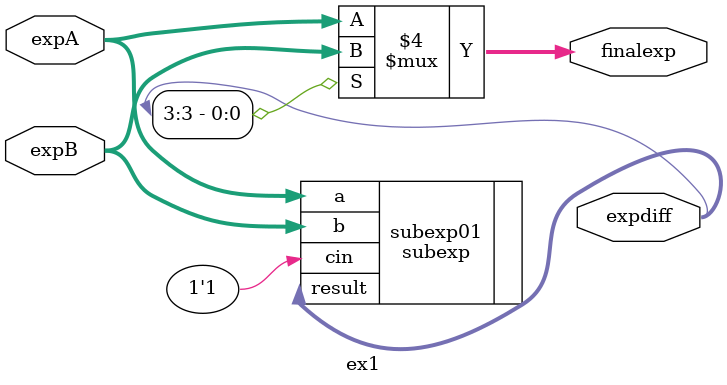
<source format=sv>
module ex1 (
	input logic [2:0] expA,expB,
	output logic [3:0] expdiff,
	output logic [2:0] finalexp);
	
subexp subexp01 (
						.a(expA),
						.b(expB),
						.cin(1'b1),
						.result (expdiff));
						
always @* begin 
if (expdiff[3] == 0 ) 
			finalexp = expA;
else
			finalexp = expB;
end 
endmodule

</source>
